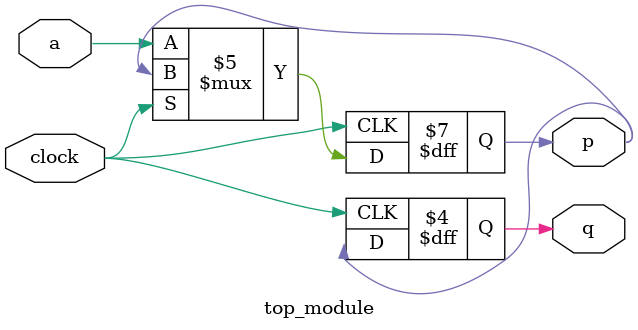
<source format=sv>
module top_module (
    input clock,
    input a, 
    output reg p,
    output reg q
);

    always @(posedge clock or negedge clock) begin
        if (~clock) begin
            p <= a;
        end 
    end

    always @(negedge clock) begin
        q <= p;
    end
endmodule

</source>
